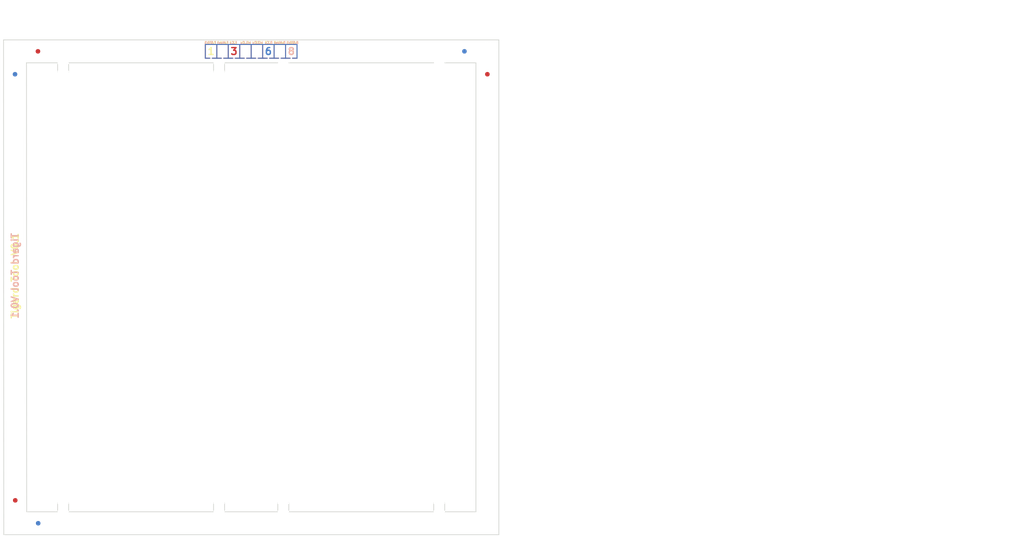
<source format=kicad_pcb>
(kicad_pcb (version 20171130) (host pcbnew 5.1.6-c6e7f7d~86~ubuntu19.10.1)

  (general
    (thickness 1.6)
    (drawings 60)
    (tracks 133)
    (zones 0)
    (modules 15)
    (nets 1)
  )

  (page A4)
  (title_block
    (title Tigard)
    (date 2020-05-25)
    (rev V0.0)
    (comment 1 "Copyright Franklin Harding 2020")
    (comment 2 "Licensed under CC-BY-SA 4.0")
  )

  (layers
    (0 F.Cu signal)
    (1 GND power)
    (2 PWR power)
    (31 B.Cu signal)
    (32 B.Adhes user)
    (33 F.Adhes user)
    (34 B.Paste user)
    (35 F.Paste user)
    (36 B.SilkS user)
    (37 F.SilkS user)
    (38 B.Mask user)
    (39 F.Mask user)
    (40 Dwgs.User user)
    (41 Cmts.User user)
    (42 Eco1.User user)
    (43 Eco2.User user)
    (44 Edge.Cuts user)
    (45 Margin user)
    (46 B.CrtYd user)
    (47 F.CrtYd user)
    (48 B.Fab user)
    (49 F.Fab user)
  )

  (setup
    (last_trace_width 0.15)
    (user_trace_width 0.2)
    (user_trace_width 0.2)
    (user_trace_width 0.2)
    (user_trace_width 0.2)
    (user_trace_width 0.2)
    (user_trace_width 0.2)
    (user_trace_width 0.2)
    (user_trace_width 0.2)
    (user_trace_width 0.2)
    (user_trace_width 0.2)
    (user_trace_width 0.2)
    (user_trace_width 0.3)
    (user_trace_width 0.3)
    (user_trace_width 0.3)
    (user_trace_width 0.3)
    (user_trace_width 0.3)
    (user_trace_width 0.3)
    (user_trace_width 0.3)
    (user_trace_width 0.3)
    (user_trace_width 0.3)
    (user_trace_width 0.3)
    (user_trace_width 0.3)
    (user_trace_width 0.2)
    (user_trace_width 0.205232)
    (user_trace_width 0.25)
    (user_trace_width 0.5)
    (trace_clearance 0.15)
    (zone_clearance 0.25)
    (zone_45_only no)
    (trace_min 0.15)
    (via_size 0.5)
    (via_drill 0.25)
    (via_min_size 0.5)
    (via_min_drill 0.25)
    (user_via 0.8 0.4)
    (uvia_size 0.3)
    (uvia_drill 0.1)
    (uvias_allowed no)
    (uvia_min_size 0.2)
    (uvia_min_drill 0.1)
    (edge_width 0.05)
    (segment_width 0.2)
    (pcb_text_width 0.3)
    (pcb_text_size 1.5 1.5)
    (mod_edge_width 0.15)
    (mod_text_size 0.8 0.8)
    (mod_text_width 0.15)
    (pad_size 0.6 0.7)
    (pad_drill 0)
    (pad_to_mask_clearance 0.05)
    (aux_axis_origin 0 0)
    (visible_elements FFFFF77F)
    (pcbplotparams
      (layerselection 0x010fc_ffffffff)
      (usegerberextensions true)
      (usegerberattributes false)
      (usegerberadvancedattributes false)
      (creategerberjobfile false)
      (excludeedgelayer true)
      (linewidth 0.100000)
      (plotframeref false)
      (viasonmask false)
      (mode 1)
      (useauxorigin false)
      (hpglpennumber 1)
      (hpglpenspeed 20)
      (hpglpendiameter 15.000000)
      (psnegative false)
      (psa4output false)
      (plotreference true)
      (plotvalue true)
      (plotinvisibletext false)
      (padsonsilk false)
      (subtractmaskfromsilk true)
      (outputformat 1)
      (mirror false)
      (drillshape 0)
      (scaleselection 1)
      (outputdirectory "gerber"))
  )

  (net 0 "")

  (net_class Default "This is the default net class."
    (clearance 0.15)
    (trace_width 0.15)
    (via_dia 0.5)
    (via_drill 0.25)
    (uvia_dia 0.3)
    (uvia_drill 0.1)
    (diff_pair_width 0.205232)
    (diff_pair_gap 0.2032)
  )

  (module pkl_mechanical:OSHTab-2mm (layer F.Cu) (tedit 5D1A8458) (tstamp 5EEC2607)
    (at 36 125)
    (descr "0.5mm holes and 3mm wide tab")
    (tags "OSHPark recommended panel tab")
    (fp_text reference REF**1126 (at 0 -2.5) (layer F.SilkS) hide
      (effects (font (size 1 1) (thickness 0.15)))
    )
    (fp_text value OSHTab-2mm (at 0 2.5) (layer F.Fab) hide
      (effects (font (size 1 1) (thickness 0.15)))
    )
    (fp_line (start -1.25 -1) (end -1.25 1) (layer F.Fab) (width 0.05))
    (fp_line (start 1.25 -1) (end 1.25 1) (layer F.Fab) (width 0.05))
    (pad "" np_thru_hole circle (at 1 0.9) (size 0.5 0.5) (drill 0.5) (layers *.Cu))
    (pad "" np_thru_hole circle (at 0 0.9) (size 0.5 0.5) (drill 0.5) (layers *.Cu))
    (pad "" np_thru_hole circle (at -1 0.9) (size 0.5 0.5) (drill 0.5) (layers *.Cu))
    (pad "" np_thru_hole circle (at 1 -0.9) (size 0.5 0.5) (drill 0.5) (layers *.Cu))
    (pad "" np_thru_hole circle (at -1 -0.9) (size 0.5 0.5) (drill 0.5) (layers *.Cu))
    (pad "" np_thru_hole circle (at 0 -0.9) (size 0.5 0.5) (drill 0.5) (layers *.Cu))
  )

  (module pkl_mechanical:OSHTab-2mm (layer F.Cu) (tedit 5D1A8458) (tstamp 5EEC25E6)
    (at 70 125)
    (descr "0.5mm holes and 3mm wide tab")
    (tags "OSHPark recommended panel tab")
    (fp_text reference REF**1126 (at 0 -2.5) (layer F.SilkS) hide
      (effects (font (size 1 1) (thickness 0.15)))
    )
    (fp_text value OSHTab-2mm (at 0 2.5) (layer F.Fab) hide
      (effects (font (size 1 1) (thickness 0.15)))
    )
    (fp_line (start -1.25 -1) (end -1.25 1) (layer F.Fab) (width 0.05))
    (fp_line (start 1.25 -1) (end 1.25 1) (layer F.Fab) (width 0.05))
    (pad "" np_thru_hole circle (at 1 0.9) (size 0.5 0.5) (drill 0.5) (layers *.Cu))
    (pad "" np_thru_hole circle (at 0 0.9) (size 0.5 0.5) (drill 0.5) (layers *.Cu))
    (pad "" np_thru_hole circle (at -1 0.9) (size 0.5 0.5) (drill 0.5) (layers *.Cu))
    (pad "" np_thru_hole circle (at 1 -0.9) (size 0.5 0.5) (drill 0.5) (layers *.Cu))
    (pad "" np_thru_hole circle (at -1 -0.9) (size 0.5 0.5) (drill 0.5) (layers *.Cu))
    (pad "" np_thru_hole circle (at 0 -0.9) (size 0.5 0.5) (drill 0.5) (layers *.Cu))
  )

  (module pkl_mechanical:OSHTab-2mm (layer F.Cu) (tedit 5D1A8458) (tstamp 5EEC25C5)
    (at 84 125)
    (descr "0.5mm holes and 3mm wide tab")
    (tags "OSHPark recommended panel tab")
    (fp_text reference REF**1126 (at 0 -2.5) (layer F.SilkS) hide
      (effects (font (size 1 1) (thickness 0.15)))
    )
    (fp_text value OSHTab-2mm (at 0 2.5) (layer F.Fab) hide
      (effects (font (size 1 1) (thickness 0.15)))
    )
    (fp_line (start -1.25 -1) (end -1.25 1) (layer F.Fab) (width 0.05))
    (fp_line (start 1.25 -1) (end 1.25 1) (layer F.Fab) (width 0.05))
    (pad "" np_thru_hole circle (at 1 0.9) (size 0.5 0.5) (drill 0.5) (layers *.Cu))
    (pad "" np_thru_hole circle (at 0 0.9) (size 0.5 0.5) (drill 0.5) (layers *.Cu))
    (pad "" np_thru_hole circle (at -1 0.9) (size 0.5 0.5) (drill 0.5) (layers *.Cu))
    (pad "" np_thru_hole circle (at 1 -0.9) (size 0.5 0.5) (drill 0.5) (layers *.Cu))
    (pad "" np_thru_hole circle (at -1 -0.9) (size 0.5 0.5) (drill 0.5) (layers *.Cu))
    (pad "" np_thru_hole circle (at 0 -0.9) (size 0.5 0.5) (drill 0.5) (layers *.Cu))
  )

  (module pkl_mechanical:OSHTab-2mm (layer F.Cu) (tedit 5D1A8458) (tstamp 5EEC25A4)
    (at 118 125)
    (descr "0.5mm holes and 3mm wide tab")
    (tags "OSHPark recommended panel tab")
    (fp_text reference REF**1126 (at 0 -2.5) (layer F.SilkS) hide
      (effects (font (size 1 1) (thickness 0.15)))
    )
    (fp_text value OSHTab-2mm (at 0 2.5) (layer F.Fab) hide
      (effects (font (size 1 1) (thickness 0.15)))
    )
    (fp_line (start -1.25 -1) (end -1.25 1) (layer F.Fab) (width 0.05))
    (fp_line (start 1.25 -1) (end 1.25 1) (layer F.Fab) (width 0.05))
    (pad "" np_thru_hole circle (at 1 0.9) (size 0.5 0.5) (drill 0.5) (layers *.Cu))
    (pad "" np_thru_hole circle (at 0 0.9) (size 0.5 0.5) (drill 0.5) (layers *.Cu))
    (pad "" np_thru_hole circle (at -1 0.9) (size 0.5 0.5) (drill 0.5) (layers *.Cu))
    (pad "" np_thru_hole circle (at 1 -0.9) (size 0.5 0.5) (drill 0.5) (layers *.Cu))
    (pad "" np_thru_hole circle (at -1 -0.9) (size 0.5 0.5) (drill 0.5) (layers *.Cu))
    (pad "" np_thru_hole circle (at 0 -0.9) (size 0.5 0.5) (drill 0.5) (layers *.Cu))
  )

  (module pkl_mechanical:OSHTab-2mm (layer F.Cu) (tedit 5D1A8458) (tstamp 5D6CA294)
    (at 70 29)
    (descr "0.5mm holes and 3mm wide tab")
    (tags "OSHPark recommended panel tab")
    (fp_text reference REF**1111 (at 0 -2.5) (layer F.SilkS) hide
      (effects (font (size 1 1) (thickness 0.15)))
    )
    (fp_text value OSHTab-2mm (at 0 2.5) (layer F.Fab) hide
      (effects (font (size 1 1) (thickness 0.15)))
    )
    (fp_line (start -1.25 -1) (end -1.25 1) (layer F.Fab) (width 0.05))
    (fp_line (start 1.25 -1) (end 1.25 1) (layer F.Fab) (width 0.05))
    (pad "" np_thru_hole circle (at 1 0.9) (size 0.5 0.5) (drill 0.5) (layers *.Cu))
    (pad "" np_thru_hole circle (at 0 0.9) (size 0.5 0.5) (drill 0.5) (layers *.Cu))
    (pad "" np_thru_hole circle (at -1 0.9) (size 0.5 0.5) (drill 0.5) (layers *.Cu))
    (pad "" np_thru_hole circle (at 1 -0.9) (size 0.5 0.5) (drill 0.5) (layers *.Cu))
    (pad "" np_thru_hole circle (at -1 -0.9) (size 0.5 0.5) (drill 0.5) (layers *.Cu))
    (pad "" np_thru_hole circle (at 0 -0.9) (size 0.5 0.5) (drill 0.5) (layers *.Cu))
  )

  (module pkl_mechanical:OSHTab-2mm (layer F.Cu) (tedit 5D1A8458) (tstamp 5EEC361E)
    (at 36 29)
    (descr "0.5mm holes and 3mm wide tab")
    (tags "OSHPark recommended panel tab")
    (fp_text reference REF**1111 (at 0 -2.5) (layer F.SilkS) hide
      (effects (font (size 1 1) (thickness 0.15)))
    )
    (fp_text value OSHTab-2mm (at 0 2.5) (layer F.Fab) hide
      (effects (font (size 1 1) (thickness 0.15)))
    )
    (fp_line (start -1.25 -1) (end -1.25 1) (layer F.Fab) (width 0.05))
    (fp_line (start 1.25 -1) (end 1.25 1) (layer F.Fab) (width 0.05))
    (pad "" np_thru_hole circle (at 1 0.9) (size 0.5 0.5) (drill 0.5) (layers *.Cu))
    (pad "" np_thru_hole circle (at 0 0.9) (size 0.5 0.5) (drill 0.5) (layers *.Cu))
    (pad "" np_thru_hole circle (at -1 0.9) (size 0.5 0.5) (drill 0.5) (layers *.Cu))
    (pad "" np_thru_hole circle (at 1 -0.9) (size 0.5 0.5) (drill 0.5) (layers *.Cu))
    (pad "" np_thru_hole circle (at -1 -0.9) (size 0.5 0.5) (drill 0.5) (layers *.Cu))
    (pad "" np_thru_hole circle (at 0 -0.9) (size 0.5 0.5) (drill 0.5) (layers *.Cu))
  )

  (module MountingHole:MountingHole_3mm (layer F.Cu) (tedit 56D1B4CB) (tstamp 572CF6E9)
    (at 25.5 25.5)
    (descr "Mounting Hole 3mm, no annular")
    (tags "mounting hole 3mm no annular")
    (attr virtual)
    (fp_text reference REF** (at 0 -4.0005) (layer F.Fab) hide
      (effects (font (size 1 1) (thickness 0.15)))
    )
    (fp_text value MountingHole_3mm (at 1.00076 5.00126) (layer F.Fab) hide
      (effects (font (size 1 1) (thickness 0.15)))
    )
    (fp_circle (center 0 0) (end 3.25 0) (layer F.CrtYd) (width 0.05))
    (fp_circle (center 0 0) (end 3 0) (layer Cmts.User) (width 0.15))
    (fp_text user %R (at 0.3 0) (layer F.Fab) hide
      (effects (font (size 1 1) (thickness 0.15)))
    )
    (pad 1 np_thru_hole circle (at 0 0) (size 3 3) (drill 3) (layers *.Cu *.Mask))
  )

  (module MountingHole:MountingHole_3mm (layer F.Cu) (tedit 56D1B4CB) (tstamp 5EEC258B)
    (at 25.55 128.5)
    (descr "Mounting Hole 3mm, no annular")
    (tags "mounting hole 3mm no annular")
    (attr virtual)
    (fp_text reference REF** (at 0 -4.0005) (layer F.Fab) hide
      (effects (font (size 1 1) (thickness 0.15)))
    )
    (fp_text value MountingHole_3mm (at 1.00076 5.00126) (layer F.Fab) hide
      (effects (font (size 1 1) (thickness 0.15)))
    )
    (fp_circle (center 0 0) (end 3.25 0) (layer F.CrtYd) (width 0.05))
    (fp_circle (center 0 0) (end 3 0) (layer Cmts.User) (width 0.15))
    (fp_text user %R (at 0.3 0) (layer F.Fab) hide
      (effects (font (size 1 1) (thickness 0.15)))
    )
    (pad 1 np_thru_hole circle (at 0 0) (size 3 3) (drill 3) (layers *.Cu *.Mask))
  )

  (module MountingHole:MountingHole_3mm (layer F.Cu) (tedit 56D1B4CB) (tstamp 5EEC24CE)
    (at 128.5 25.5)
    (descr "Mounting Hole 3mm, no annular")
    (tags "mounting hole 3mm no annular")
    (attr virtual)
    (fp_text reference REF** (at 0 -4.0005) (layer F.Fab) hide
      (effects (font (size 1 1) (thickness 0.15)))
    )
    (fp_text value MountingHole_3mm (at 1.00076 5.00126) (layer F.Fab) hide
      (effects (font (size 1 1) (thickness 0.15)))
    )
    (fp_circle (center 0 0) (end 3.25 0) (layer F.CrtYd) (width 0.05))
    (fp_circle (center 0 0) (end 3 0) (layer Cmts.User) (width 0.15))
    (fp_text user %R (at 0.3 0) (layer F.Fab) hide
      (effects (font (size 1 1) (thickness 0.15)))
    )
    (pad 1 np_thru_hole circle (at 0 0) (size 3 3) (drill 3) (layers *.Cu *.Mask))
  )

  (module Fiducials:Fiducial_1mm_Dia_2.54mm_Outer_CopperTop (layer B.Cu) (tedit 56A885C1) (tstamp 572CF764)
    (at 25.5 30.5)
    (descr "Circular Fiducial, 1mm bare copper top; 2.54mm keepout")
    (tags marker)
    (attr virtual)
    (fp_text reference REF**11 (at 3.4 -0.7) (layer B.Fab) hide
      (effects (font (size 0.635 0.635) (thickness 0.1)) (justify mirror))
    )
    (fp_text value Fiducial_1mm_Dia_2.54mm_Outer_CopperTop (at 0 1.8) (layer B.Fab) hide
      (effects (font (size 0.635 0.635) (thickness 0.1)) (justify mirror))
    )
    (fp_circle (center 0 0) (end 1.55 0) (layer B.CrtYd) (width 0.05))
    (pad ~ smd circle (at 0 0) (size 1 1) (layers B.Cu B.Mask)
      (solder_mask_margin 0.77) (clearance 0.77))
  )

  (module Fiducials:Fiducial_1mm_Dia_2.54mm_Outer_CopperTop (layer B.Cu) (tedit 56A885C1) (tstamp 5EEC24BD)
    (at 123.5 25.5)
    (descr "Circular Fiducial, 1mm bare copper top; 2.54mm keepout")
    (tags marker)
    (attr virtual)
    (fp_text reference REF**11 (at 3.4 -0.7) (layer B.Fab) hide
      (effects (font (size 0.635 0.635) (thickness 0.1)) (justify mirror))
    )
    (fp_text value Fiducial_1mm_Dia_2.54mm_Outer_CopperTop (at 0 1.8) (layer B.Fab) hide
      (effects (font (size 0.635 0.635) (thickness 0.1)) (justify mirror))
    )
    (fp_circle (center 0 0) (end 1.55 0) (layer B.CrtYd) (width 0.05))
    (pad ~ smd circle (at 0 0) (size 1 1) (layers B.Cu B.Mask)
      (solder_mask_margin 0.77) (clearance 0.77))
  )

  (module Fiducials:Fiducial_1mm_Dia_2.54mm_Outer_CopperTop (layer B.Cu) (tedit 56A885C1) (tstamp 5EEC257A)
    (at 30.55 128.5)
    (descr "Circular Fiducial, 1mm bare copper top; 2.54mm keepout")
    (tags marker)
    (attr virtual)
    (fp_text reference REF**11 (at 3.4 -0.7) (layer B.Fab) hide
      (effects (font (size 0.635 0.635) (thickness 0.1)) (justify mirror))
    )
    (fp_text value Fiducial_1mm_Dia_2.54mm_Outer_CopperTop (at 0 1.8) (layer B.Fab) hide
      (effects (font (size 0.635 0.635) (thickness 0.1)) (justify mirror))
    )
    (fp_circle (center 0 0) (end 1.55 0) (layer B.CrtYd) (width 0.05))
    (pad ~ smd circle (at 0 0) (size 1 1) (layers B.Cu B.Mask)
      (solder_mask_margin 0.77) (clearance 0.77))
  )

  (module Fiducials:Fiducial_1mm_Dia_2.54mm_Outer_CopperTop (layer F.Cu) (tedit 56A885C1) (tstamp 5EEC24AE)
    (at 128.5 30.5)
    (descr "Circular Fiducial, 1mm bare copper top; 2.54mm keepout")
    (tags marker)
    (attr virtual)
    (fp_text reference REF**11 (at 3.4 0.7) (layer F.Fab) hide
      (effects (font (size 0.635 0.635) (thickness 0.1)))
    )
    (fp_text value Fiducial_1mm_Dia_2.54mm_Outer_CopperTop (at 0 -1.8) (layer F.Fab) hide
      (effects (font (size 0.635 0.635) (thickness 0.1)))
    )
    (fp_circle (center 0 0) (end 1.55 0) (layer F.CrtYd) (width 0.05))
    (pad ~ smd circle (at 0 0) (size 1 1) (layers F.Cu F.Mask)
      (solder_mask_margin 0.77) (clearance 0.77))
  )

  (module Fiducials:Fiducial_1mm_Dia_2.54mm_Outer_CopperTop (layer F.Cu) (tedit 56A885C1) (tstamp 5EEC256B)
    (at 25.55 123.5)
    (descr "Circular Fiducial, 1mm bare copper top; 2.54mm keepout")
    (tags marker)
    (attr virtual)
    (fp_text reference REF**11 (at 3.4 0.7) (layer F.Fab) hide
      (effects (font (size 0.635 0.635) (thickness 0.1)))
    )
    (fp_text value Fiducial_1mm_Dia_2.54mm_Outer_CopperTop (at 0 -1.8) (layer F.Fab) hide
      (effects (font (size 0.635 0.635) (thickness 0.1)))
    )
    (fp_circle (center 0 0) (end 1.55 0) (layer F.CrtYd) (width 0.05))
    (pad ~ smd circle (at 0 0) (size 1 1) (layers F.Cu F.Mask)
      (solder_mask_margin 0.77) (clearance 0.77))
  )

  (module Fiducials:Fiducial_1mm_Dia_2.54mm_Outer_CopperTop (layer F.Cu) (tedit 56A885C1) (tstamp 570A9A2D)
    (at 30.5 25.5)
    (descr "Circular Fiducial, 1mm bare copper top; 2.54mm keepout")
    (tags marker)
    (attr virtual)
    (fp_text reference REF**11 (at 3.4 0.7) (layer F.Fab) hide
      (effects (font (size 0.635 0.635) (thickness 0.1)))
    )
    (fp_text value Fiducial_1mm_Dia_2.54mm_Outer_CopperTop (at 0 -1.8) (layer F.Fab) hide
      (effects (font (size 0.635 0.635) (thickness 0.1)))
    )
    (fp_circle (center 0 0) (end 1.55 0) (layer F.CrtYd) (width 0.05))
    (pad ~ smd circle (at 0 0) (size 1 1) (layers F.Cu F.Mask)
      (solder_mask_margin 0.77) (clearance 0.77))
  )

  (gr_line (start 116.8 28) (end 85.2 28) (layer Edge.Cuts) (width 0.15) (tstamp 5EEC98DA))
  (gr_line (start 71.2 28) (end 71.2 30) (layer Edge.Cuts) (width 0.15))
  (gr_line (start 68.8 28) (end 68.8 30) (layer Edge.Cuts) (width 0.15))
  (gr_text "Panel Grid:\n2 x 2\n48mm x 48mm" (at 150 76) (layer F.Fab) (tstamp 5EEC24A7)
    (effects (font (size 1.5 1.5) (thickness 0.3)) (justify left))
  )
  (gr_line (start 37.2 28) (end 37.2 30) (layer Edge.Cuts) (width 0.15) (tstamp 5EEC35C3))
  (gr_line (start 34.8 124) (end 34.8 126) (layer Edge.Cuts) (width 0.15) (tstamp 5EEC2564))
  (gr_line (start 37.2 124) (end 37.2 126) (layer Edge.Cuts) (width 0.15) (tstamp 5EEC2561))
  (gr_line (start 68.8 124) (end 68.8 126) (layer Edge.Cuts) (width 0.15) (tstamp 5EEC255E))
  (gr_line (start 71.2 126) (end 71.2 124) (layer Edge.Cuts) (width 0.15) (tstamp 5EEC255B))
  (gr_line (start 85.2 124) (end 85.2 126) (layer Edge.Cuts) (width 0.15) (tstamp 5EEC2558))
  (gr_line (start 82.8 124) (end 82.8 126) (layer Edge.Cuts) (width 0.15) (tstamp 5EEC2555))
  (gr_line (start 119.2 126) (end 119.2 124) (layer Edge.Cuts) (width 0.15) (tstamp 570AA296))
  (gr_line (start 116.8 124) (end 116.8 126) (layer Edge.Cuts) (width 0.15) (tstamp 5EEC2552))
  (gr_text "Tigard Tool V0.1" (at 25.5 74.5 90) (layer B.SilkS) (tstamp 572D1683)
    (effects (font (size 1.5 1.5) (thickness 0.3)) (justify mirror))
  )
  (gr_text "Tigard Tool V0.1" (at 25.5 74.5 90) (layer F.SilkS)
    (effects (font (size 1.5 1.5) (thickness 0.3)))
  )
  (gr_text F.Mask (at 70.8 23.6) (layer F.SilkS) (tstamp 572D0C04)
    (effects (font (size 0.5 0.5) (thickness 0.125)))
  )
  (gr_text F.Mask (at 70.8 23.6) (layer B.SilkS) (tstamp 572D0BF9)
    (effects (font (size 0.5 0.5) (thickness 0.125)) (justify mirror))
  )
  (gr_text B.Mask (at 83.2 23.6) (layer F.SilkS) (tstamp 572D0BEB)
    (effects (font (size 0.5 0.5) (thickness 0.125)))
  )
  (gr_text B.Mask (at 83.2 23.6) (layer B.SilkS) (tstamp 572D0BDE)
    (effects (font (size 0.5 0.5) (thickness 0.125)) (justify mirror))
  )
  (gr_text 7 (at 83.25 25.5) (layer B.Mask)
    (effects (font (size 1.5 1.5) (thickness 0.3)))
  )
  (gr_text 2 (at 70.75 25.5) (layer F.Mask)
    (effects (font (size 1.5 1.5) (thickness 0.3)))
  )
  (gr_text B.SilkS (at 86 23.6) (layer B.SilkS) (tstamp 572D0985)
    (effects (font (size 0.5 0.5) (thickness 0.125)) (justify mirror))
  )
  (gr_text B.Cu (at 80.8 23.6) (layer B.SilkS) (tstamp 572D0984)
    (effects (font (size 0.5 0.5) (thickness 0.125)) (justify mirror))
  )
  (gr_text In2.Cu (at 78.4 23.6) (layer B.SilkS) (tstamp 572D0983)
    (effects (font (size 0.5 0.5) (thickness 0.125)) (justify mirror))
  )
  (gr_text In1.Cu (at 75.8 23.6) (layer B.SilkS) (tstamp 572D0982)
    (effects (font (size 0.5 0.5) (thickness 0.125)) (justify mirror))
  )
  (gr_text F.Cu (at 73.1 23.6) (layer B.SilkS) (tstamp 572D0981)
    (effects (font (size 0.5 0.5) (thickness 0.125)) (justify mirror))
  )
  (gr_text F.SilkS (at 68.1 23.6) (layer B.SilkS) (tstamp 572D0980)
    (effects (font (size 0.5 0.5) (thickness 0.125)) (justify mirror))
  )
  (gr_text B.SilkS (at 86 23.6) (layer F.SilkS) (tstamp 572D095F)
    (effects (font (size 0.5 0.5) (thickness 0.125)))
  )
  (gr_text B.Cu (at 80.8 23.6) (layer F.SilkS) (tstamp 572D0954)
    (effects (font (size 0.5 0.5) (thickness 0.125)))
  )
  (gr_text In2.Cu (at 78.4 23.6) (layer F.SilkS) (tstamp 572D094B)
    (effects (font (size 0.5 0.5) (thickness 0.125)))
  )
  (gr_text In1.Cu (at 75.8 23.6) (layer F.SilkS) (tstamp 572D093D)
    (effects (font (size 0.5 0.5) (thickness 0.125)))
  )
  (gr_text F.Cu (at 73.1 23.6) (layer F.SilkS) (tstamp 572D092F)
    (effects (font (size 0.5 0.5) (thickness 0.125)))
  )
  (gr_text 8 (at 85.75 25.5) (layer B.SilkS)
    (effects (font (size 1.5 1.5) (thickness 0.3)))
  )
  (gr_text 6 (at 80.75 25.5) (layer B.Cu)
    (effects (font (size 1.5 1.5) (thickness 0.3)))
  )
  (gr_text 1 (at 68.25 25.5) (layer F.SilkS)
    (effects (font (size 1.5 1.5) (thickness 0.3)))
  )
  (gr_text 5 (at 78.25 25.5) (layer PWR)
    (effects (font (size 1.5 1.5) (thickness 0.3)))
  )
  (gr_text 4 (at 75.7 25.5) (layer GND)
    (effects (font (size 1.5 1.5) (thickness 0.3)))
  )
  (gr_text 3 (at 73.25 25.5) (layer F.Cu)
    (effects (font (size 1.5 1.5) (thickness 0.3)))
  )
  (gr_text F.SilkS (at 68.1 23.6) (layer F.SilkS)
    (effects (font (size 0.5 0.5) (thickness 0.125)))
  )
  (dimension 108 (width 0.3) (layer F.Fab) (tstamp 5EEC24A2)
    (gr_text "4.2520 in" (at 138.099999 77 90) (layer F.Fab) (tstamp 5EEC24A2)
      (effects (font (size 1.5 1.5) (thickness 0.3)))
    )
    (feature1 (pts (xy 131 23) (xy 136.58642 23)))
    (feature2 (pts (xy 131 131) (xy 136.58642 131)))
    (crossbar (pts (xy 135.999999 131) (xy 135.999999 23)))
    (arrow1a (pts (xy 135.999999 23) (xy 136.58642 24.126504)))
    (arrow1b (pts (xy 135.999999 23) (xy 135.413578 24.126504)))
    (arrow2a (pts (xy 135.999999 131) (xy 136.58642 129.873496)))
    (arrow2b (pts (xy 135.999999 131) (xy 135.413578 129.873496)))
  )
  (dimension 108 (width 0.3) (layer F.Fab) (tstamp 5D6D4186)
    (gr_text "4.2520 in" (at 77 15.4) (layer F.Fab) (tstamp 5D6D4186)
      (effects (font (size 1.5 1.5) (thickness 0.3)))
    )
    (feature1 (pts (xy 131 23) (xy 131 16.913579)))
    (feature2 (pts (xy 23 23) (xy 23 16.913579)))
    (crossbar (pts (xy 23 17.5) (xy 131 17.5)))
    (arrow1a (pts (xy 131 17.5) (xy 129.873496 18.086421)))
    (arrow1b (pts (xy 131 17.5) (xy 129.873496 16.913579)))
    (arrow2a (pts (xy 23 17.5) (xy 24.126504 18.086421)))
    (arrow2b (pts (xy 23 17.5) (xy 24.126504 16.913579)))
  )
  (gr_text "FAB NOTES:\n1. ALL DIMENSIONS ARE IN MM, UNLESS OTHERWISE NOTED.\n2. BOARD MATERIAL SHALL BE 150 TG OR EQUIVALENT\n3. BOARD MATERIAL & CONSTRUCTION TO BE U.L. APPROVED\n4. OVERALL BOARD THICKNESS TO BE 1.6MM +/- 10% AND APPLIES AFTER\nALL LAMINATION AND PLATING PROCESSES, MEASURED FROM COPPER\nTO COPPER.\n5. BOARD MUST BE ELECTRICALLY TESTED\n6. ALL VIAS TO HAVE SOLDERMASK.\n7. DO NOT POSTPROCESS SILKSCREEN\n(IT IS ALREADY SUBTRACTED FROM OTHER FEATURES) !!!\n\nPROCESS NOTES:\n1. 1OZ COPPER ON ALL LAYERS\n2. HOT AIR SOLDER LEVELING (HASL)\n3. APPLY SOLDERMASK COLOR: GREEN\n4. APPLY SILKSCREEN COLOR: WHITE\n5. USE LPI (LIQUID PHOTO IMAGING) SILKSCREEN PROCESS (DOUBLE SOLDERMASK)" (at 150 45) (layer F.Fab) (tstamp 5EEC249E)
    (effects (font (size 1.5 1.5) (thickness 0.3)) (justify left))
  )
  (gr_line (start 34.8 28) (end 28 28) (layer Edge.Cuts) (width 0.15))
  (gr_line (start 126 28) (end 119.2 28) (layer Edge.Cuts) (width 0.15) (tstamp 5D6D4182))
  (gr_line (start 71.2 126) (end 82.8 126) (layer Edge.Cuts) (width 0.15) (tstamp 5EEC254F))
  (gr_line (start 28.05 126) (end 34.8 126) (layer Edge.Cuts) (width 0.15) (tstamp 5EEC254C))
  (gr_line (start 126 126) (end 119.2 126) (layer Edge.Cuts) (width 0.15) (tstamp 5D6D41BE))
  (gr_line (start 71.2 28) (end 82.8 28) (layer Edge.Cuts) (width 0.15) (tstamp 570AA157))
  (gr_line (start 85.2 126) (end 116.8 126) (layer Edge.Cuts) (width 0.15) (tstamp 5EEC2549))
  (gr_line (start 37.2 126) (end 68.8 126) (layer Edge.Cuts) (width 0.15) (tstamp 5EEC2546))
  (dimension 108 (width 0.3) (layer F.Fab) (tstamp 5D6D419E)
    (gr_text "108.000 mm" (at 76.999976 19.650386 0.0004100892367) (layer F.Fab) (tstamp 5D6D419E)
      (effects (font (size 1.5 1.5) (thickness 0.3)))
    )
    (feature1 (pts (xy 131 23) (xy 130.999987 21.163579)))
    (feature2 (pts (xy 23 23.000773) (xy 22.999987 21.164352)))
    (crossbar (pts (xy 22.999991 21.750773) (xy 130.999991 21.75)))
    (arrow1a (pts (xy 130.999991 21.75) (xy 129.873491 22.336429)))
    (arrow1b (pts (xy 130.999991 21.75) (xy 129.873483 21.163587)))
    (arrow2a (pts (xy 22.999991 21.750773) (xy 24.126499 22.337186)))
    (arrow2b (pts (xy 22.999991 21.750773) (xy 24.126491 21.164344)))
  )
  (dimension 108 (width 0.3) (layer F.Fab) (tstamp 5EEC2499)
    (gr_text "108.000 mm" (at 134.6 77 90) (layer F.Fab) (tstamp 5EEC2499)
      (effects (font (size 1.5 1.5) (thickness 0.3)))
    )
    (feature1 (pts (xy 131 23) (xy 133.086421 23)))
    (feature2 (pts (xy 131 131) (xy 133.086421 131)))
    (crossbar (pts (xy 132.5 131) (xy 132.5 23)))
    (arrow1a (pts (xy 132.5 23) (xy 133.086421 24.126504)))
    (arrow1b (pts (xy 132.5 23) (xy 131.913579 24.126504)))
    (arrow2a (pts (xy 132.5 131) (xy 133.086421 129.873496)))
    (arrow2b (pts (xy 132.5 131) (xy 131.913579 129.873496)))
  )
  (gr_line (start 37.2 28) (end 68.8 28) (layer Edge.Cuts) (width 0.15))
  (gr_line (start 34.8 28) (end 34.8 30) (layer Edge.Cuts) (width 0.15) (tstamp 5EEC35C0))
  (gr_line (start 23.05 131) (end 23 23) (layer Edge.Cuts) (width 0.15))
  (gr_line (start 131 131) (end 23.05 131) (layer Edge.Cuts) (width 0.15) (tstamp 5EEC2543))
  (gr_line (start 131 23) (end 131 131) (layer Edge.Cuts) (width 0.15) (tstamp 5EEC2495))
  (gr_line (start 23 23) (end 131 23) (layer Edge.Cuts) (width 0.15) (tstamp 5D6D4164))
  (gr_line (start 28.05 126) (end 28 28) (layer Edge.Cuts) (width 0.15))
  (gr_line (start 126 28) (end 126 126) (layer Edge.Cuts) (width 0.15) (tstamp 5EEC2492))

  (segment (start 84.5 27) (end 85.5 27) (width 0.2) (layer B.Cu) (net 0))
  (segment (start 87 27) (end 86 27) (width 0.2) (layer B.Cu) (net 0))
  (segment (start 87 24) (end 87 27) (width 0.2) (layer B.Cu) (net 0))
  (segment (start 84.5 24) (end 87 24) (width 0.2) (layer B.Cu) (net 0))
  (segment (start 82 27) (end 83 27) (width 0.2) (layer B.Cu) (net 0))
  (segment (start 84.5 27) (end 83.5 27) (width 0.2) (layer B.Cu) (net 0))
  (segment (start 84.5 24) (end 84.5 27) (width 0.2) (layer B.Cu) (net 0))
  (segment (start 82 24) (end 84.5 24) (width 0.2) (layer B.Cu) (net 0))
  (segment (start 79.5 27) (end 80.5 27) (width 0.2) (layer B.Cu) (net 0))
  (segment (start 82 27) (end 81 27) (width 0.2) (layer B.Cu) (net 0))
  (segment (start 82 24) (end 82 27) (width 0.2) (layer B.Cu) (net 0))
  (segment (start 79.5 24) (end 82 24) (width 0.2) (layer B.Cu) (net 0))
  (segment (start 77 27) (end 78 27) (width 0.2) (layer B.Cu) (net 0))
  (segment (start 79.5 27) (end 78.5 27) (width 0.2) (layer B.Cu) (net 0))
  (segment (start 79.5 24) (end 79.5 27) (width 0.2) (layer B.Cu) (net 0))
  (segment (start 77 24) (end 79.5 24) (width 0.2) (layer B.Cu) (net 0))
  (segment (start 74.5 27) (end 75.5 27) (width 0.2) (layer B.Cu) (net 0))
  (segment (start 77 27) (end 76 27) (width 0.2) (layer B.Cu) (net 0))
  (segment (start 77 24) (end 77 27) (width 0.2) (layer B.Cu) (net 0))
  (segment (start 74.5 24) (end 77 24) (width 0.2) (layer B.Cu) (net 0))
  (segment (start 72 27) (end 73 27) (width 0.2) (layer B.Cu) (net 0))
  (segment (start 74.5 27) (end 73.5 27) (width 0.2) (layer B.Cu) (net 0))
  (segment (start 74.5 24) (end 74.5 27) (width 0.2) (layer B.Cu) (net 0))
  (segment (start 72 24) (end 74.5 24) (width 0.2) (layer B.Cu) (net 0))
  (segment (start 69.5 27) (end 70.5 27) (width 0.2) (layer B.Cu) (net 0))
  (segment (start 72 27) (end 71 27) (width 0.2) (layer B.Cu) (net 0))
  (segment (start 72 24) (end 72 27) (width 0.2) (layer B.Cu) (net 0))
  (segment (start 69.5 24) (end 72 24) (width 0.2) (layer B.Cu) (net 0))
  (segment (start 67 27) (end 68 27) (width 0.2) (layer B.Cu) (net 0))
  (segment (start 67 27) (end 67 24) (width 0.2) (layer B.Cu) (net 0))
  (segment (start 67 24) (end 69.5 24) (width 0.2) (layer B.Cu) (net 0))
  (segment (start 69.5 24) (end 69.5 27) (width 0.2) (layer B.Cu) (net 0))
  (segment (start 69.5 27) (end 68.5 27) (width 0.2) (layer B.Cu) (net 0))
  (segment (start 84.5 27) (end 85.5 27) (width 0.2) (layer PWR) (net 0))
  (segment (start 87 27) (end 86 27) (width 0.2) (layer PWR) (net 0))
  (segment (start 87 24) (end 87 27) (width 0.2) (layer PWR) (net 0))
  (segment (start 84.5 24) (end 87 24) (width 0.2) (layer PWR) (net 0))
  (segment (start 82 27) (end 83 27) (width 0.2) (layer PWR) (net 0))
  (segment (start 84.5 27) (end 83.5 27) (width 0.2) (layer PWR) (net 0))
  (segment (start 84.5 24) (end 84.5 27) (width 0.2) (layer PWR) (net 0))
  (segment (start 82 24) (end 84.5 24) (width 0.2) (layer PWR) (net 0))
  (segment (start 79.5 27) (end 80.5 27) (width 0.2) (layer PWR) (net 0))
  (segment (start 79.75 27) (end 80.5 27) (width 0.2) (layer F.Cu) (net 0))
  (segment (start 79.75 27) (end 79.5 27) (width 0.2) (layer F.Cu) (net 0))
  (segment (start 82 27) (end 81 27) (width 0.2) (layer PWR) (net 0))
  (segment (start 82 24) (end 82 27) (width 0.2) (layer PWR) (net 0))
  (segment (start 79.5 24) (end 82 24) (width 0.2) (layer PWR) (net 0))
  (segment (start 77 27) (end 78 27) (width 0.2) (layer PWR) (net 0))
  (segment (start 79.5 27) (end 78.5 27) (width 0.2) (layer PWR) (net 0))
  (segment (start 79.5 24) (end 79.5 27) (width 0.2) (layer PWR) (net 0))
  (segment (start 77 24) (end 79.5 24) (width 0.2) (layer PWR) (net 0))
  (segment (start 74.5 27) (end 75.5 27) (width 0.2) (layer PWR) (net 0))
  (segment (start 77 27) (end 76 27) (width 0.2) (layer PWR) (net 0))
  (segment (start 77 24) (end 77 27) (width 0.2) (layer PWR) (net 0))
  (segment (start 74.5 24) (end 77 24) (width 0.2) (layer PWR) (net 0))
  (segment (start 72 27) (end 73 27) (width 0.2) (layer PWR) (net 0))
  (segment (start 74.5 27) (end 73.5 27) (width 0.2) (layer PWR) (net 0))
  (segment (start 74.5 24) (end 74.5 27) (width 0.2) (layer PWR) (net 0))
  (segment (start 72 24) (end 74.5 24) (width 0.2) (layer PWR) (net 0))
  (segment (start 69.5 27) (end 70.5 27) (width 0.2) (layer PWR) (net 0))
  (segment (start 72 27) (end 71 27) (width 0.2) (layer PWR) (net 0))
  (segment (start 72 24) (end 72 27) (width 0.2) (layer PWR) (net 0))
  (segment (start 69.5 24) (end 72 24) (width 0.2) (layer PWR) (net 0))
  (segment (start 67 27) (end 68 27) (width 0.2) (layer PWR) (net 0))
  (segment (start 67 27) (end 67 24) (width 0.2) (layer PWR) (net 0))
  (segment (start 67 24) (end 69.5 24) (width 0.2) (layer PWR) (net 0))
  (segment (start 69.5 24) (end 69.5 27) (width 0.2) (layer PWR) (net 0))
  (segment (start 69.5 27) (end 68.5 27) (width 0.2) (layer PWR) (net 0))
  (segment (start 84.5 27) (end 85.5 27) (width 0.2) (layer GND) (net 0))
  (segment (start 87 27) (end 86 27) (width 0.2) (layer GND) (net 0))
  (segment (start 87 24) (end 87 27) (width 0.2) (layer GND) (net 0))
  (segment (start 84.5 24) (end 87 24) (width 0.2) (layer GND) (net 0))
  (segment (start 82 27) (end 83 27) (width 0.2) (layer GND) (net 0))
  (segment (start 84.5 27) (end 83.5 27) (width 0.2) (layer GND) (net 0))
  (segment (start 84.5 24) (end 84.5 27) (width 0.2) (layer GND) (net 0))
  (segment (start 82 24) (end 84.5 24) (width 0.2) (layer GND) (net 0))
  (segment (start 79.5 27) (end 80.5 27) (width 0.2) (layer GND) (net 0))
  (segment (start 82 27) (end 81 27) (width 0.2) (layer GND) (net 0))
  (segment (start 82 24) (end 82 27) (width 0.2) (layer GND) (net 0))
  (segment (start 79.5 24) (end 82 24) (width 0.2) (layer GND) (net 0))
  (segment (start 77 27) (end 78 27) (width 0.2) (layer GND) (net 0))
  (segment (start 79.5 27) (end 78.5 27) (width 0.2) (layer GND) (net 0))
  (segment (start 79.5 24) (end 79.5 27) (width 0.2) (layer GND) (net 0))
  (segment (start 77 24) (end 79.5 24) (width 0.2) (layer GND) (net 0))
  (segment (start 74.5 27) (end 75.5 27) (width 0.2) (layer GND) (net 0))
  (segment (start 77 27) (end 76 27) (width 0.2) (layer GND) (net 0))
  (segment (start 77 24) (end 77 27) (width 0.2) (layer GND) (net 0))
  (segment (start 74.5 24) (end 77 24) (width 0.2) (layer GND) (net 0))
  (segment (start 72 27) (end 73 27) (width 0.2) (layer GND) (net 0))
  (segment (start 74.5 27) (end 73.5 27) (width 0.2) (layer GND) (net 0))
  (segment (start 74.5 24) (end 74.5 27) (width 0.2) (layer GND) (net 0))
  (segment (start 72 24) (end 74.5 24) (width 0.2) (layer GND) (net 0))
  (segment (start 69.5 27) (end 70.5 27) (width 0.2) (layer GND) (net 0))
  (segment (start 72 27) (end 71 27) (width 0.2) (layer GND) (net 0))
  (segment (start 72 24) (end 72 27) (width 0.2) (layer GND) (net 0))
  (segment (start 69.5 24) (end 72 24) (width 0.2) (layer GND) (net 0))
  (segment (start 67 27) (end 68 27) (width 0.2) (layer GND) (net 0))
  (segment (start 67 24) (end 67 27) (width 0.2) (layer GND) (net 0))
  (segment (start 67 24) (end 69.5 24) (width 0.2) (layer GND) (net 0))
  (segment (start 69.5 24) (end 69.5 27) (width 0.2) (layer GND) (net 0))
  (segment (start 69.5 27) (end 68.5 27) (width 0.2) (layer GND) (net 0))
  (segment (start 84.5 27) (end 85.5 27) (width 0.2) (layer F.Cu) (net 0))
  (segment (start 87 27) (end 86 27) (width 0.2) (layer F.Cu) (net 0))
  (segment (start 87 24) (end 87 27) (width 0.2) (layer F.Cu) (net 0))
  (segment (start 84.5 24) (end 87 24) (width 0.2) (layer F.Cu) (net 0))
  (segment (start 82 27) (end 83 27) (width 0.2) (layer F.Cu) (net 0))
  (segment (start 84.5 27) (end 83.5 27) (width 0.2) (layer F.Cu) (net 0))
  (segment (start 84.5 24) (end 84.5 27) (width 0.2) (layer F.Cu) (net 0))
  (segment (start 82 24) (end 84.5 24) (width 0.2) (layer F.Cu) (net 0))
  (segment (start 82 27) (end 81 27) (width 0.2) (layer F.Cu) (net 0))
  (segment (start 82 24) (end 82 27) (width 0.2) (layer F.Cu) (net 0))
  (segment (start 79.5 24) (end 82 24) (width 0.2) (layer F.Cu) (net 0))
  (segment (start 77 27) (end 78 27) (width 0.2) (layer F.Cu) (net 0))
  (segment (start 79.5 27) (end 78.5 27) (width 0.2) (layer F.Cu) (net 0))
  (segment (start 79.5 24) (end 79.5 27) (width 0.2) (layer F.Cu) (net 0))
  (segment (start 77 24) (end 79.5 24) (width 0.2) (layer F.Cu) (net 0))
  (segment (start 74.5 27) (end 75.5 27) (width 0.2) (layer F.Cu) (net 0))
  (segment (start 77 27) (end 76 27) (width 0.2) (layer F.Cu) (net 0))
  (segment (start 77 24) (end 77 27) (width 0.2) (layer F.Cu) (net 0))
  (segment (start 74.5 24) (end 77 24) (width 0.2) (layer F.Cu) (net 0))
  (segment (start 72 27) (end 73 27) (width 0.2) (layer F.Cu) (net 0))
  (segment (start 74.5 27) (end 73.5 27) (width 0.2) (layer F.Cu) (net 0))
  (segment (start 74.5 24) (end 74.5 27) (width 0.2) (layer F.Cu) (net 0))
  (segment (start 72 24) (end 74.5 24) (width 0.2) (layer F.Cu) (net 0))
  (segment (start 72 27) (end 71 27) (width 0.2) (layer F.Cu) (net 0))
  (segment (start 69.5 27) (end 70.5 27) (width 0.2) (layer F.Cu) (net 0))
  (segment (start 69.5 27) (end 68.5 27) (width 0.2) (layer F.Cu) (net 0))
  (segment (start 67 27) (end 68 27) (width 0.2) (layer F.Cu) (net 0))
  (segment (start 72 24) (end 72 27) (width 0.2) (layer F.Cu) (net 0))
  (segment (start 69.5 24) (end 72 24) (width 0.2) (layer F.Cu) (net 0))
  (segment (start 69.5 27) (end 69.5 24) (width 0.2) (layer F.Cu) (net 0))
  (segment (start 69.5 24) (end 67 24) (width 0.2) (layer F.Cu) (net 0))
  (segment (start 67 24) (end 67 27) (width 0.2) (layer F.Cu) (net 0))

  (zone (net 0) (net_name "") (layer F.Mask) (tstamp 5D6D43AA) (hatch none 0.508)
    (connect_pads (clearance 0.2))
    (min_thickness 0.15)
    (fill yes (arc_segments 16) (thermal_gap 0.508) (thermal_bridge_width 0.508))
    (polygon
      (pts
        (xy 72 27) (xy 72 24) (xy 82.1 24) (xy 82.1 27)
      )
    )
    (filled_polygon
      (pts
        (xy 82.025 26.925) (xy 72.075 26.925) (xy 72.075 24.075) (xy 82.025 24.075)
      )
    )
  )
  (zone (net 0) (net_name "") (layer B.Mask) (tstamp 5D6D43A7) (hatch none 0.508)
    (connect_pads (clearance 0.2))
    (min_thickness 0.254)
    (fill yes (arc_segments 16) (thermal_gap 0.508) (thermal_bridge_width 0.508))
    (polygon
      (pts
        (xy 72 27) (xy 72 24) (xy 82.1 24) (xy 82.1 27)
      )
    )
    (filled_polygon
      (pts
        (xy 81.973 26.873) (xy 72.127 26.873) (xy 72.127 24.127) (xy 81.973 24.127)
      )
    )
  )
)

</source>
